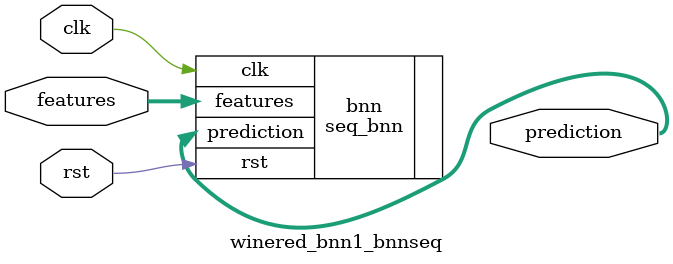
<source format=v>













module winered_bnn1_bnnseq #(

parameter FEAT_CNT = 11,
parameter HIDDEN_CNT = 40,
parameter FEAT_BITS = 4,
parameter CLASS_CNT = 6,
parameter TEST_CNT = 1000


  ) (
  input clk,
  input rst,
  input [FEAT_CNT*FEAT_BITS-1:0] features,
  output [$clog2(CLASS_CNT)-1:0] prediction
  );

  localparam Weights0 = 440'b11111100010011001010011010011110111010001111101010001001111001011011101001000000110011100011010111100110111100111111101101011100001111000001110100111011000001111011100110100100011001101101101000100110101111010101101100111100100010011000000001011111111000110111000111001011011000010000000001010111011110110010000011100101101110001100011001101011101101101001100011011010011000000011001111000110101100001000011100101000111100001111001001111000 ;
  localparam Weights1 = 240'b101011110101010111101111010101000101111001101110110011111110010011110100100011101000101011111101111001010101001011000101101011100011011000100010000100100000001111000110100000011011100000011101001111010010001011110000001101110000010000111001 ;

  seq_bnn #(.FEAT_CNT(FEAT_CNT),.FEAT_BITS(FEAT_BITS),.HIDDEN_CNT(HIDDEN_CNT),.CLASS_CNT(CLASS_CNT),.Weights0(Weights0),.Weights1(Weights1)) bnn (
    .clk(clk),
    .rst(rst),
    .features(features),
    .prediction(prediction)
  );

endmodule

</source>
